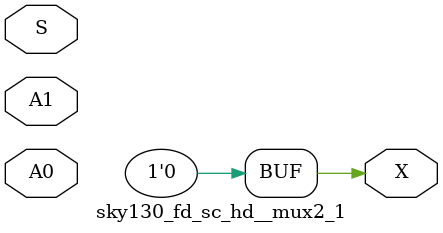
<source format=v>
module sky130_fd_sc_hd__mux2_1(	// file.cleaned.mlir:2:3
  input  A0,	// file.cleaned.mlir:2:41
         A1,	// file.cleaned.mlir:2:54
         S,	// file.cleaned.mlir:2:67
  output X	// file.cleaned.mlir:2:80
);

  assign X = 1'h0;	// file.cleaned.mlir:3:14, :4:5
endmodule


</source>
